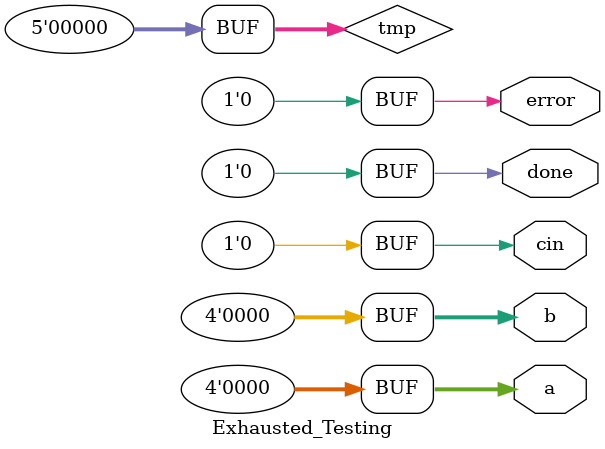
<source format=v>
`timescale 1ns/1ps

module Exhausted_Testing(a, b, cin, error, done);
output [3:0] a, b;
output cin;
output error;
output done;

reg error = 1'b0, done = 1'b0;
reg [4:0] tmp = 4'b0000;
// input signal to the test instance.
reg [3:0] a = 4'b0000;
reg [3:0] b = 4'b0000;
reg cin = 1'b0;

// output from the test instance.
wire [3:0] sum;
wire cout;

// instantiate the test instance.
Ripple_Carry_Adder rca(
    .a (a), 
    .b (b), 
    .cin (cin),
    .cout (cout),
    .sum (sum)
);

initial begin
    // design you test pattern here.
    // Remember to set the input pattern to the test instance every 5 nanasecond
    // Check the output and set the `error` signal accordingly 1 nanosecond after new input is set.
    // Also set the done signal to 1'b1 5 nanoseconds after the test is finished.
    // Example:
    repeat(2)begin
        repeat(2 ** 4)begin
            repeat(2 ** 4)begin
            tmp = a + b + cin;
            #1 
            if(tmp!={cout, sum})
                error = 1'b1;
            else
                error = 1'b0;
            #4
             a = a + 4'b0001;
            end
            b = b + 4'b0001;
        end
        cin = cin + 1'b1;
    end
#1 error = 1'b0;
#4 done = 1'b1;
#5 done = 1'b0;
end

endmodule
</source>
